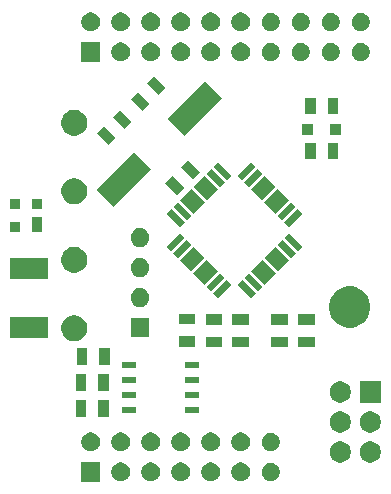
<source format=gbr>
G04 #@! TF.GenerationSoftware,KiCad,Pcbnew,5.0.2-bee76a0~70~ubuntu18.04.1*
G04 #@! TF.CreationDate,2019-03-07T19:49:32+01:00*
G04 #@! TF.ProjectId,bus-module_atmega328,6275732d-6d6f-4647-956c-655f61746d65,C*
G04 #@! TF.SameCoordinates,Original*
G04 #@! TF.FileFunction,Soldermask,Top*
G04 #@! TF.FilePolarity,Negative*
%FSLAX46Y46*%
G04 Gerber Fmt 4.6, Leading zero omitted, Abs format (unit mm)*
G04 Created by KiCad (PCBNEW 5.0.2-bee76a0~70~ubuntu18.04.1) date Do 07 Mär 2019 19:49:32 CET*
%MOMM*%
%LPD*%
G01*
G04 APERTURE LIST*
%ADD10C,0.100000*%
G04 APERTURE END LIST*
D10*
G36*
X89400500Y-119795500D02*
X87749500Y-119795500D01*
X87749500Y-118144500D01*
X89400500Y-118144500D01*
X89400500Y-119795500D01*
X89400500Y-119795500D01*
G37*
G36*
X101508378Y-118200647D02*
X101653990Y-118260961D01*
X101785037Y-118348524D01*
X101896476Y-118459963D01*
X101984039Y-118591010D01*
X102044353Y-118736622D01*
X102075100Y-118891196D01*
X102075100Y-119048804D01*
X102044353Y-119203378D01*
X101984039Y-119348990D01*
X101896476Y-119480037D01*
X101785037Y-119591476D01*
X101653990Y-119679039D01*
X101508378Y-119739353D01*
X101353804Y-119770100D01*
X101196196Y-119770100D01*
X101041622Y-119739353D01*
X100896010Y-119679039D01*
X100764963Y-119591476D01*
X100653524Y-119480037D01*
X100565961Y-119348990D01*
X100505647Y-119203378D01*
X100474900Y-119048804D01*
X100474900Y-118891196D01*
X100505647Y-118736622D01*
X100565961Y-118591010D01*
X100653524Y-118459963D01*
X100764963Y-118348524D01*
X100896010Y-118260961D01*
X101041622Y-118200647D01*
X101196196Y-118169900D01*
X101353804Y-118169900D01*
X101508378Y-118200647D01*
X101508378Y-118200647D01*
G37*
G36*
X98968378Y-118200647D02*
X99113990Y-118260961D01*
X99245037Y-118348524D01*
X99356476Y-118459963D01*
X99444039Y-118591010D01*
X99504353Y-118736622D01*
X99535100Y-118891196D01*
X99535100Y-119048804D01*
X99504353Y-119203378D01*
X99444039Y-119348990D01*
X99356476Y-119480037D01*
X99245037Y-119591476D01*
X99113990Y-119679039D01*
X98968378Y-119739353D01*
X98813804Y-119770100D01*
X98656196Y-119770100D01*
X98501622Y-119739353D01*
X98356010Y-119679039D01*
X98224963Y-119591476D01*
X98113524Y-119480037D01*
X98025961Y-119348990D01*
X97965647Y-119203378D01*
X97934900Y-119048804D01*
X97934900Y-118891196D01*
X97965647Y-118736622D01*
X98025961Y-118591010D01*
X98113524Y-118459963D01*
X98224963Y-118348524D01*
X98356010Y-118260961D01*
X98501622Y-118200647D01*
X98656196Y-118169900D01*
X98813804Y-118169900D01*
X98968378Y-118200647D01*
X98968378Y-118200647D01*
G37*
G36*
X96428378Y-118200647D02*
X96573990Y-118260961D01*
X96705037Y-118348524D01*
X96816476Y-118459963D01*
X96904039Y-118591010D01*
X96964353Y-118736622D01*
X96995100Y-118891196D01*
X96995100Y-119048804D01*
X96964353Y-119203378D01*
X96904039Y-119348990D01*
X96816476Y-119480037D01*
X96705037Y-119591476D01*
X96573990Y-119679039D01*
X96428378Y-119739353D01*
X96273804Y-119770100D01*
X96116196Y-119770100D01*
X95961622Y-119739353D01*
X95816010Y-119679039D01*
X95684963Y-119591476D01*
X95573524Y-119480037D01*
X95485961Y-119348990D01*
X95425647Y-119203378D01*
X95394900Y-119048804D01*
X95394900Y-118891196D01*
X95425647Y-118736622D01*
X95485961Y-118591010D01*
X95573524Y-118459963D01*
X95684963Y-118348524D01*
X95816010Y-118260961D01*
X95961622Y-118200647D01*
X96116196Y-118169900D01*
X96273804Y-118169900D01*
X96428378Y-118200647D01*
X96428378Y-118200647D01*
G37*
G36*
X91348378Y-118200647D02*
X91493990Y-118260961D01*
X91625037Y-118348524D01*
X91736476Y-118459963D01*
X91824039Y-118591010D01*
X91884353Y-118736622D01*
X91915100Y-118891196D01*
X91915100Y-119048804D01*
X91884353Y-119203378D01*
X91824039Y-119348990D01*
X91736476Y-119480037D01*
X91625037Y-119591476D01*
X91493990Y-119679039D01*
X91348378Y-119739353D01*
X91193804Y-119770100D01*
X91036196Y-119770100D01*
X90881622Y-119739353D01*
X90736010Y-119679039D01*
X90604963Y-119591476D01*
X90493524Y-119480037D01*
X90405961Y-119348990D01*
X90345647Y-119203378D01*
X90314900Y-119048804D01*
X90314900Y-118891196D01*
X90345647Y-118736622D01*
X90405961Y-118591010D01*
X90493524Y-118459963D01*
X90604963Y-118348524D01*
X90736010Y-118260961D01*
X90881622Y-118200647D01*
X91036196Y-118169900D01*
X91193804Y-118169900D01*
X91348378Y-118200647D01*
X91348378Y-118200647D01*
G37*
G36*
X93888378Y-118200647D02*
X94033990Y-118260961D01*
X94165037Y-118348524D01*
X94276476Y-118459963D01*
X94364039Y-118591010D01*
X94424353Y-118736622D01*
X94455100Y-118891196D01*
X94455100Y-119048804D01*
X94424353Y-119203378D01*
X94364039Y-119348990D01*
X94276476Y-119480037D01*
X94165037Y-119591476D01*
X94033990Y-119679039D01*
X93888378Y-119739353D01*
X93733804Y-119770100D01*
X93576196Y-119770100D01*
X93421622Y-119739353D01*
X93276010Y-119679039D01*
X93144963Y-119591476D01*
X93033524Y-119480037D01*
X92945961Y-119348990D01*
X92885647Y-119203378D01*
X92854900Y-119048804D01*
X92854900Y-118891196D01*
X92885647Y-118736622D01*
X92945961Y-118591010D01*
X93033524Y-118459963D01*
X93144963Y-118348524D01*
X93276010Y-118260961D01*
X93421622Y-118200647D01*
X93576196Y-118169900D01*
X93733804Y-118169900D01*
X93888378Y-118200647D01*
X93888378Y-118200647D01*
G37*
G36*
X103988195Y-118227522D02*
X104037267Y-118237283D01*
X104175942Y-118294724D01*
X104300750Y-118378118D01*
X104406882Y-118484250D01*
X104406884Y-118484253D01*
X104490276Y-118609058D01*
X104543115Y-118736622D01*
X104547717Y-118747734D01*
X104577000Y-118894948D01*
X104577000Y-119045052D01*
X104557478Y-119143195D01*
X104547717Y-119192267D01*
X104490276Y-119330942D01*
X104406882Y-119455750D01*
X104300750Y-119561882D01*
X104300747Y-119561884D01*
X104175942Y-119645276D01*
X104037267Y-119702717D01*
X103988195Y-119712478D01*
X103890052Y-119732000D01*
X103739948Y-119732000D01*
X103641805Y-119712478D01*
X103592733Y-119702717D01*
X103454058Y-119645276D01*
X103329253Y-119561884D01*
X103329250Y-119561882D01*
X103223118Y-119455750D01*
X103139724Y-119330942D01*
X103082283Y-119192267D01*
X103072522Y-119143195D01*
X103053000Y-119045052D01*
X103053000Y-118894948D01*
X103082283Y-118747734D01*
X103086886Y-118736622D01*
X103139724Y-118609058D01*
X103223116Y-118484253D01*
X103223118Y-118484250D01*
X103329250Y-118378118D01*
X103454058Y-118294724D01*
X103592733Y-118237283D01*
X103641805Y-118227522D01*
X103739948Y-118208000D01*
X103890052Y-118208000D01*
X103988195Y-118227522D01*
X103988195Y-118227522D01*
G37*
G36*
X109972521Y-116424586D02*
X110136309Y-116492429D01*
X110283720Y-116590926D01*
X110409074Y-116716280D01*
X110507571Y-116863691D01*
X110575414Y-117027479D01*
X110610000Y-117201356D01*
X110610000Y-117378644D01*
X110575414Y-117552521D01*
X110507571Y-117716309D01*
X110409074Y-117863720D01*
X110283720Y-117989074D01*
X110136309Y-118087571D01*
X109972521Y-118155414D01*
X109798644Y-118190000D01*
X109621356Y-118190000D01*
X109447479Y-118155414D01*
X109283691Y-118087571D01*
X109136280Y-117989074D01*
X109010926Y-117863720D01*
X108912429Y-117716309D01*
X108844586Y-117552521D01*
X108810000Y-117378644D01*
X108810000Y-117201356D01*
X108844586Y-117027479D01*
X108912429Y-116863691D01*
X109010926Y-116716280D01*
X109136280Y-116590926D01*
X109283691Y-116492429D01*
X109447479Y-116424586D01*
X109621356Y-116390000D01*
X109798644Y-116390000D01*
X109972521Y-116424586D01*
X109972521Y-116424586D01*
G37*
G36*
X112512521Y-116424586D02*
X112676309Y-116492429D01*
X112823720Y-116590926D01*
X112949074Y-116716280D01*
X113047571Y-116863691D01*
X113115414Y-117027479D01*
X113150000Y-117201356D01*
X113150000Y-117378644D01*
X113115414Y-117552521D01*
X113047571Y-117716309D01*
X112949074Y-117863720D01*
X112823720Y-117989074D01*
X112676309Y-118087571D01*
X112512521Y-118155414D01*
X112338644Y-118190000D01*
X112161356Y-118190000D01*
X111987479Y-118155414D01*
X111823691Y-118087571D01*
X111676280Y-117989074D01*
X111550926Y-117863720D01*
X111452429Y-117716309D01*
X111384586Y-117552521D01*
X111350000Y-117378644D01*
X111350000Y-117201356D01*
X111384586Y-117027479D01*
X111452429Y-116863691D01*
X111550926Y-116716280D01*
X111676280Y-116590926D01*
X111823691Y-116492429D01*
X111987479Y-116424586D01*
X112161356Y-116390000D01*
X112338644Y-116390000D01*
X112512521Y-116424586D01*
X112512521Y-116424586D01*
G37*
G36*
X98968378Y-115660647D02*
X99113990Y-115720961D01*
X99245037Y-115808524D01*
X99356476Y-115919963D01*
X99444039Y-116051010D01*
X99504353Y-116196622D01*
X99535100Y-116351196D01*
X99535100Y-116508804D01*
X99504353Y-116663378D01*
X99444039Y-116808990D01*
X99356476Y-116940037D01*
X99245037Y-117051476D01*
X99113990Y-117139039D01*
X98968378Y-117199353D01*
X98813804Y-117230100D01*
X98656196Y-117230100D01*
X98501622Y-117199353D01*
X98356010Y-117139039D01*
X98224963Y-117051476D01*
X98113524Y-116940037D01*
X98025961Y-116808990D01*
X97965647Y-116663378D01*
X97934900Y-116508804D01*
X97934900Y-116351196D01*
X97965647Y-116196622D01*
X98025961Y-116051010D01*
X98113524Y-115919963D01*
X98224963Y-115808524D01*
X98356010Y-115720961D01*
X98501622Y-115660647D01*
X98656196Y-115629900D01*
X98813804Y-115629900D01*
X98968378Y-115660647D01*
X98968378Y-115660647D01*
G37*
G36*
X88808378Y-115660647D02*
X88953990Y-115720961D01*
X89085037Y-115808524D01*
X89196476Y-115919963D01*
X89284039Y-116051010D01*
X89344353Y-116196622D01*
X89375100Y-116351196D01*
X89375100Y-116508804D01*
X89344353Y-116663378D01*
X89284039Y-116808990D01*
X89196476Y-116940037D01*
X89085037Y-117051476D01*
X88953990Y-117139039D01*
X88808378Y-117199353D01*
X88653804Y-117230100D01*
X88496196Y-117230100D01*
X88341622Y-117199353D01*
X88196010Y-117139039D01*
X88064963Y-117051476D01*
X87953524Y-116940037D01*
X87865961Y-116808990D01*
X87805647Y-116663378D01*
X87774900Y-116508804D01*
X87774900Y-116351196D01*
X87805647Y-116196622D01*
X87865961Y-116051010D01*
X87953524Y-115919963D01*
X88064963Y-115808524D01*
X88196010Y-115720961D01*
X88341622Y-115660647D01*
X88496196Y-115629900D01*
X88653804Y-115629900D01*
X88808378Y-115660647D01*
X88808378Y-115660647D01*
G37*
G36*
X91348378Y-115660647D02*
X91493990Y-115720961D01*
X91625037Y-115808524D01*
X91736476Y-115919963D01*
X91824039Y-116051010D01*
X91884353Y-116196622D01*
X91915100Y-116351196D01*
X91915100Y-116508804D01*
X91884353Y-116663378D01*
X91824039Y-116808990D01*
X91736476Y-116940037D01*
X91625037Y-117051476D01*
X91493990Y-117139039D01*
X91348378Y-117199353D01*
X91193804Y-117230100D01*
X91036196Y-117230100D01*
X90881622Y-117199353D01*
X90736010Y-117139039D01*
X90604963Y-117051476D01*
X90493524Y-116940037D01*
X90405961Y-116808990D01*
X90345647Y-116663378D01*
X90314900Y-116508804D01*
X90314900Y-116351196D01*
X90345647Y-116196622D01*
X90405961Y-116051010D01*
X90493524Y-115919963D01*
X90604963Y-115808524D01*
X90736010Y-115720961D01*
X90881622Y-115660647D01*
X91036196Y-115629900D01*
X91193804Y-115629900D01*
X91348378Y-115660647D01*
X91348378Y-115660647D01*
G37*
G36*
X93888378Y-115660647D02*
X94033990Y-115720961D01*
X94165037Y-115808524D01*
X94276476Y-115919963D01*
X94364039Y-116051010D01*
X94424353Y-116196622D01*
X94455100Y-116351196D01*
X94455100Y-116508804D01*
X94424353Y-116663378D01*
X94364039Y-116808990D01*
X94276476Y-116940037D01*
X94165037Y-117051476D01*
X94033990Y-117139039D01*
X93888378Y-117199353D01*
X93733804Y-117230100D01*
X93576196Y-117230100D01*
X93421622Y-117199353D01*
X93276010Y-117139039D01*
X93144963Y-117051476D01*
X93033524Y-116940037D01*
X92945961Y-116808990D01*
X92885647Y-116663378D01*
X92854900Y-116508804D01*
X92854900Y-116351196D01*
X92885647Y-116196622D01*
X92945961Y-116051010D01*
X93033524Y-115919963D01*
X93144963Y-115808524D01*
X93276010Y-115720961D01*
X93421622Y-115660647D01*
X93576196Y-115629900D01*
X93733804Y-115629900D01*
X93888378Y-115660647D01*
X93888378Y-115660647D01*
G37*
G36*
X96428378Y-115660647D02*
X96573990Y-115720961D01*
X96705037Y-115808524D01*
X96816476Y-115919963D01*
X96904039Y-116051010D01*
X96964353Y-116196622D01*
X96995100Y-116351196D01*
X96995100Y-116508804D01*
X96964353Y-116663378D01*
X96904039Y-116808990D01*
X96816476Y-116940037D01*
X96705037Y-117051476D01*
X96573990Y-117139039D01*
X96428378Y-117199353D01*
X96273804Y-117230100D01*
X96116196Y-117230100D01*
X95961622Y-117199353D01*
X95816010Y-117139039D01*
X95684963Y-117051476D01*
X95573524Y-116940037D01*
X95485961Y-116808990D01*
X95425647Y-116663378D01*
X95394900Y-116508804D01*
X95394900Y-116351196D01*
X95425647Y-116196622D01*
X95485961Y-116051010D01*
X95573524Y-115919963D01*
X95684963Y-115808524D01*
X95816010Y-115720961D01*
X95961622Y-115660647D01*
X96116196Y-115629900D01*
X96273804Y-115629900D01*
X96428378Y-115660647D01*
X96428378Y-115660647D01*
G37*
G36*
X101508378Y-115660647D02*
X101653990Y-115720961D01*
X101785037Y-115808524D01*
X101896476Y-115919963D01*
X101984039Y-116051010D01*
X102044353Y-116196622D01*
X102075100Y-116351196D01*
X102075100Y-116508804D01*
X102044353Y-116663378D01*
X101984039Y-116808990D01*
X101896476Y-116940037D01*
X101785037Y-117051476D01*
X101653990Y-117139039D01*
X101508378Y-117199353D01*
X101353804Y-117230100D01*
X101196196Y-117230100D01*
X101041622Y-117199353D01*
X100896010Y-117139039D01*
X100764963Y-117051476D01*
X100653524Y-116940037D01*
X100565961Y-116808990D01*
X100505647Y-116663378D01*
X100474900Y-116508804D01*
X100474900Y-116351196D01*
X100505647Y-116196622D01*
X100565961Y-116051010D01*
X100653524Y-115919963D01*
X100764963Y-115808524D01*
X100896010Y-115720961D01*
X101041622Y-115660647D01*
X101196196Y-115629900D01*
X101353804Y-115629900D01*
X101508378Y-115660647D01*
X101508378Y-115660647D01*
G37*
G36*
X103988195Y-115687522D02*
X104037267Y-115697283D01*
X104175942Y-115754724D01*
X104300750Y-115838118D01*
X104406882Y-115944250D01*
X104406884Y-115944253D01*
X104490276Y-116069058D01*
X104543115Y-116196622D01*
X104547717Y-116207734D01*
X104577000Y-116354948D01*
X104577000Y-116505052D01*
X104559919Y-116590924D01*
X104547717Y-116652267D01*
X104521202Y-116716280D01*
X104490276Y-116790942D01*
X104406882Y-116915750D01*
X104300750Y-117021882D01*
X104300747Y-117021884D01*
X104175942Y-117105276D01*
X104037267Y-117162717D01*
X103988195Y-117172478D01*
X103890052Y-117192000D01*
X103739948Y-117192000D01*
X103641805Y-117172478D01*
X103592733Y-117162717D01*
X103454058Y-117105276D01*
X103329253Y-117021884D01*
X103329250Y-117021882D01*
X103223118Y-116915750D01*
X103139724Y-116790942D01*
X103108798Y-116716280D01*
X103082283Y-116652267D01*
X103070081Y-116590924D01*
X103053000Y-116505052D01*
X103053000Y-116354948D01*
X103082283Y-116207734D01*
X103086886Y-116196622D01*
X103139724Y-116069058D01*
X103223116Y-115944253D01*
X103223118Y-115944250D01*
X103329250Y-115838118D01*
X103454058Y-115754724D01*
X103592733Y-115697283D01*
X103641805Y-115687522D01*
X103739948Y-115668000D01*
X103890052Y-115668000D01*
X103988195Y-115687522D01*
X103988195Y-115687522D01*
G37*
G36*
X112512521Y-113884586D02*
X112676309Y-113952429D01*
X112823720Y-114050926D01*
X112949074Y-114176280D01*
X113047571Y-114323691D01*
X113115414Y-114487479D01*
X113150000Y-114661356D01*
X113150000Y-114838644D01*
X113115414Y-115012521D01*
X113047571Y-115176309D01*
X112949074Y-115323720D01*
X112823720Y-115449074D01*
X112676309Y-115547571D01*
X112512521Y-115615414D01*
X112338644Y-115650000D01*
X112161356Y-115650000D01*
X111987479Y-115615414D01*
X111823691Y-115547571D01*
X111676280Y-115449074D01*
X111550926Y-115323720D01*
X111452429Y-115176309D01*
X111384586Y-115012521D01*
X111350000Y-114838644D01*
X111350000Y-114661356D01*
X111384586Y-114487479D01*
X111452429Y-114323691D01*
X111550926Y-114176280D01*
X111676280Y-114050926D01*
X111823691Y-113952429D01*
X111987479Y-113884586D01*
X112161356Y-113850000D01*
X112338644Y-113850000D01*
X112512521Y-113884586D01*
X112512521Y-113884586D01*
G37*
G36*
X109972521Y-113884586D02*
X110136309Y-113952429D01*
X110283720Y-114050926D01*
X110409074Y-114176280D01*
X110507571Y-114323691D01*
X110575414Y-114487479D01*
X110610000Y-114661356D01*
X110610000Y-114838644D01*
X110575414Y-115012521D01*
X110507571Y-115176309D01*
X110409074Y-115323720D01*
X110283720Y-115449074D01*
X110136309Y-115547571D01*
X109972521Y-115615414D01*
X109798644Y-115650000D01*
X109621356Y-115650000D01*
X109447479Y-115615414D01*
X109283691Y-115547571D01*
X109136280Y-115449074D01*
X109010926Y-115323720D01*
X108912429Y-115176309D01*
X108844586Y-115012521D01*
X108810000Y-114838644D01*
X108810000Y-114661356D01*
X108844586Y-114487479D01*
X108912429Y-114323691D01*
X109010926Y-114176280D01*
X109136280Y-114050926D01*
X109283691Y-113952429D01*
X109447479Y-113884586D01*
X109621356Y-113850000D01*
X109798644Y-113850000D01*
X109972521Y-113884586D01*
X109972521Y-113884586D01*
G37*
G36*
X90124500Y-114308500D02*
X89235500Y-114308500D01*
X89235500Y-112911500D01*
X90124500Y-112911500D01*
X90124500Y-114308500D01*
X90124500Y-114308500D01*
G37*
G36*
X88219500Y-114308500D02*
X87330500Y-114308500D01*
X87330500Y-112911500D01*
X88219500Y-112911500D01*
X88219500Y-114308500D01*
X88219500Y-114308500D01*
G37*
G36*
X92404500Y-113969000D02*
X91261500Y-113969000D01*
X91261500Y-113461000D01*
X92404500Y-113461000D01*
X92404500Y-113969000D01*
X92404500Y-113969000D01*
G37*
G36*
X97738500Y-113969000D02*
X96595500Y-113969000D01*
X96595500Y-113461000D01*
X97738500Y-113461000D01*
X97738500Y-113969000D01*
X97738500Y-113969000D01*
G37*
G36*
X109972521Y-111344586D02*
X110136309Y-111412429D01*
X110283720Y-111510926D01*
X110409074Y-111636280D01*
X110507571Y-111783691D01*
X110575414Y-111947479D01*
X110610000Y-112121356D01*
X110610000Y-112298644D01*
X110575414Y-112472521D01*
X110507571Y-112636309D01*
X110409074Y-112783720D01*
X110283720Y-112909074D01*
X110136309Y-113007571D01*
X109972521Y-113075414D01*
X109798644Y-113110000D01*
X109621356Y-113110000D01*
X109447479Y-113075414D01*
X109283691Y-113007571D01*
X109136280Y-112909074D01*
X109010926Y-112783720D01*
X108912429Y-112636309D01*
X108844586Y-112472521D01*
X108810000Y-112298644D01*
X108810000Y-112121356D01*
X108844586Y-111947479D01*
X108912429Y-111783691D01*
X109010926Y-111636280D01*
X109136280Y-111510926D01*
X109283691Y-111412429D01*
X109447479Y-111344586D01*
X109621356Y-111310000D01*
X109798644Y-111310000D01*
X109972521Y-111344586D01*
X109972521Y-111344586D01*
G37*
G36*
X113150000Y-113110000D02*
X111350000Y-113110000D01*
X111350000Y-111310000D01*
X113150000Y-111310000D01*
X113150000Y-113110000D01*
X113150000Y-113110000D01*
G37*
G36*
X92404500Y-112699000D02*
X91261500Y-112699000D01*
X91261500Y-112191000D01*
X92404500Y-112191000D01*
X92404500Y-112699000D01*
X92404500Y-112699000D01*
G37*
G36*
X97738500Y-112699000D02*
X96595500Y-112699000D01*
X96595500Y-112191000D01*
X97738500Y-112191000D01*
X97738500Y-112699000D01*
X97738500Y-112699000D01*
G37*
G36*
X90124500Y-112108500D02*
X89235500Y-112108500D01*
X89235500Y-110711500D01*
X90124500Y-110711500D01*
X90124500Y-112108500D01*
X90124500Y-112108500D01*
G37*
G36*
X88219500Y-112108500D02*
X87330500Y-112108500D01*
X87330500Y-110711500D01*
X88219500Y-110711500D01*
X88219500Y-112108500D01*
X88219500Y-112108500D01*
G37*
G36*
X92404500Y-111429000D02*
X91261500Y-111429000D01*
X91261500Y-110921000D01*
X92404500Y-110921000D01*
X92404500Y-111429000D01*
X92404500Y-111429000D01*
G37*
G36*
X97738500Y-111429000D02*
X96595500Y-111429000D01*
X96595500Y-110921000D01*
X97738500Y-110921000D01*
X97738500Y-111429000D01*
X97738500Y-111429000D01*
G37*
G36*
X97738500Y-110159000D02*
X96595500Y-110159000D01*
X96595500Y-109651000D01*
X97738500Y-109651000D01*
X97738500Y-110159000D01*
X97738500Y-110159000D01*
G37*
G36*
X92404500Y-110159000D02*
X91261500Y-110159000D01*
X91261500Y-109651000D01*
X92404500Y-109651000D01*
X92404500Y-110159000D01*
X92404500Y-110159000D01*
G37*
G36*
X90172000Y-109908500D02*
X89283000Y-109908500D01*
X89283000Y-108511500D01*
X90172000Y-108511500D01*
X90172000Y-109908500D01*
X90172000Y-109908500D01*
G37*
G36*
X88267000Y-109908500D02*
X87378000Y-109908500D01*
X87378000Y-108511500D01*
X88267000Y-108511500D01*
X88267000Y-109908500D01*
X88267000Y-109908500D01*
G37*
G36*
X107561500Y-108429000D02*
X106164500Y-108429000D01*
X106164500Y-107540000D01*
X107561500Y-107540000D01*
X107561500Y-108429000D01*
X107561500Y-108429000D01*
G37*
G36*
X105275500Y-108429000D02*
X103878500Y-108429000D01*
X103878500Y-107540000D01*
X105275500Y-107540000D01*
X105275500Y-108429000D01*
X105275500Y-108429000D01*
G37*
G36*
X101948500Y-108407000D02*
X100551500Y-108407000D01*
X100551500Y-107518000D01*
X101948500Y-107518000D01*
X101948500Y-108407000D01*
X101948500Y-108407000D01*
G37*
G36*
X99698500Y-108407000D02*
X98301500Y-108407000D01*
X98301500Y-107518000D01*
X99698500Y-107518000D01*
X99698500Y-108407000D01*
X99698500Y-108407000D01*
G37*
G36*
X97448500Y-108359500D02*
X96051500Y-108359500D01*
X96051500Y-107470500D01*
X97448500Y-107470500D01*
X97448500Y-108359500D01*
X97448500Y-108359500D01*
G37*
G36*
X87495857Y-105752272D02*
X87696042Y-105835191D01*
X87876213Y-105955578D01*
X88029422Y-106108787D01*
X88149809Y-106288958D01*
X88232728Y-106489143D01*
X88275000Y-106701658D01*
X88275000Y-106918342D01*
X88232728Y-107130857D01*
X88149809Y-107331042D01*
X88029422Y-107511213D01*
X87876213Y-107664422D01*
X87696042Y-107784809D01*
X87495857Y-107867728D01*
X87283342Y-107910000D01*
X87066658Y-107910000D01*
X86854143Y-107867728D01*
X86653958Y-107784809D01*
X86473787Y-107664422D01*
X86320578Y-107511213D01*
X86200191Y-107331042D01*
X86117272Y-107130857D01*
X86075000Y-106918342D01*
X86075000Y-106701658D01*
X86117272Y-106489143D01*
X86200191Y-106288958D01*
X86320578Y-106108787D01*
X86473787Y-105955578D01*
X86653958Y-105835191D01*
X86854143Y-105752272D01*
X87066658Y-105710000D01*
X87283342Y-105710000D01*
X87495857Y-105752272D01*
X87495857Y-105752272D01*
G37*
G36*
X84968200Y-107617470D02*
X81767800Y-107617470D01*
X81767800Y-105836930D01*
X84968200Y-105836930D01*
X84968200Y-107617470D01*
X84968200Y-107617470D01*
G37*
G36*
X93550000Y-107550000D02*
X91950000Y-107550000D01*
X91950000Y-105950000D01*
X93550000Y-105950000D01*
X93550000Y-107550000D01*
X93550000Y-107550000D01*
G37*
G36*
X111010456Y-103317251D02*
X111328936Y-103449170D01*
X111615560Y-103640686D01*
X111859314Y-103884440D01*
X112050830Y-104171064D01*
X112182749Y-104489544D01*
X112250000Y-104827640D01*
X112250000Y-105172360D01*
X112182749Y-105510456D01*
X112050830Y-105828936D01*
X111859314Y-106115560D01*
X111615560Y-106359314D01*
X111328936Y-106550830D01*
X111010456Y-106682749D01*
X110672360Y-106750000D01*
X110327640Y-106750000D01*
X109989544Y-106682749D01*
X109671064Y-106550830D01*
X109384440Y-106359314D01*
X109140686Y-106115560D01*
X108949170Y-105828936D01*
X108817251Y-105510456D01*
X108750000Y-105172360D01*
X108750000Y-104827640D01*
X108817251Y-104489544D01*
X108949170Y-104171064D01*
X109140686Y-103884440D01*
X109384440Y-103640686D01*
X109671064Y-103449170D01*
X109989544Y-103317251D01*
X110327640Y-103250000D01*
X110672360Y-103250000D01*
X111010456Y-103317251D01*
X111010456Y-103317251D01*
G37*
G36*
X107561500Y-106524000D02*
X106164500Y-106524000D01*
X106164500Y-105635000D01*
X107561500Y-105635000D01*
X107561500Y-106524000D01*
X107561500Y-106524000D01*
G37*
G36*
X105275500Y-106524000D02*
X103878500Y-106524000D01*
X103878500Y-105635000D01*
X105275500Y-105635000D01*
X105275500Y-106524000D01*
X105275500Y-106524000D01*
G37*
G36*
X99698500Y-106502000D02*
X98301500Y-106502000D01*
X98301500Y-105613000D01*
X99698500Y-105613000D01*
X99698500Y-106502000D01*
X99698500Y-106502000D01*
G37*
G36*
X101948500Y-106502000D02*
X100551500Y-106502000D01*
X100551500Y-105613000D01*
X101948500Y-105613000D01*
X101948500Y-106502000D01*
X101948500Y-106502000D01*
G37*
G36*
X97448500Y-106454500D02*
X96051500Y-106454500D01*
X96051500Y-105565500D01*
X97448500Y-105565500D01*
X97448500Y-106454500D01*
X97448500Y-106454500D01*
G37*
G36*
X92983352Y-103440743D02*
X93128941Y-103501048D01*
X93259973Y-103588601D01*
X93371399Y-103700027D01*
X93458952Y-103831059D01*
X93519257Y-103976648D01*
X93550000Y-104131205D01*
X93550000Y-104288795D01*
X93519257Y-104443352D01*
X93458952Y-104588941D01*
X93371399Y-104719973D01*
X93259973Y-104831399D01*
X93128941Y-104918952D01*
X92983352Y-104979257D01*
X92828795Y-105010000D01*
X92671205Y-105010000D01*
X92516648Y-104979257D01*
X92371059Y-104918952D01*
X92240027Y-104831399D01*
X92128601Y-104719973D01*
X92041048Y-104588941D01*
X91980743Y-104443352D01*
X91950000Y-104288795D01*
X91950000Y-104131205D01*
X91980743Y-103976648D01*
X92041048Y-103831059D01*
X92128601Y-103700027D01*
X92240027Y-103588601D01*
X92371059Y-103501048D01*
X92516648Y-103440743D01*
X92671205Y-103410000D01*
X92828795Y-103410000D01*
X92983352Y-103440743D01*
X92983352Y-103440743D01*
G37*
G36*
X102535445Y-103856334D02*
X102146536Y-104245243D01*
X101015165Y-103113872D01*
X101404074Y-102724963D01*
X102535445Y-103856334D01*
X102535445Y-103856334D01*
G37*
G36*
X100484835Y-103113872D02*
X99353464Y-104245243D01*
X98964555Y-103856334D01*
X100095926Y-102724963D01*
X100484835Y-103113872D01*
X100484835Y-103113872D01*
G37*
G36*
X99919150Y-102548186D02*
X98787779Y-103679557D01*
X98398870Y-103290648D01*
X99530241Y-102159277D01*
X99919150Y-102548186D01*
X99919150Y-102548186D01*
G37*
G36*
X103101130Y-103290648D02*
X102712221Y-103679557D01*
X101580850Y-102548186D01*
X101969759Y-102159277D01*
X103101130Y-103290648D01*
X103101130Y-103290648D01*
G37*
G36*
X99353464Y-101982501D02*
X98222093Y-103113872D01*
X97267499Y-102159278D01*
X98398870Y-101027907D01*
X99353464Y-101982501D01*
X99353464Y-101982501D01*
G37*
G36*
X104232501Y-102159278D02*
X103277907Y-103113872D01*
X102146536Y-101982501D01*
X103101130Y-101027907D01*
X104232501Y-102159278D01*
X104232501Y-102159278D01*
G37*
G36*
X84968200Y-102613670D02*
X81767800Y-102613670D01*
X81767800Y-100833130D01*
X84968200Y-100833130D01*
X84968200Y-102613670D01*
X84968200Y-102613670D01*
G37*
G36*
X92983352Y-100900743D02*
X93128941Y-100961048D01*
X93259973Y-101048601D01*
X93371399Y-101160027D01*
X93458952Y-101291059D01*
X93519257Y-101436648D01*
X93550000Y-101591205D01*
X93550000Y-101748795D01*
X93519257Y-101903352D01*
X93458952Y-102048941D01*
X93371399Y-102179973D01*
X93259973Y-102291399D01*
X93128941Y-102378952D01*
X92983352Y-102439257D01*
X92828795Y-102470000D01*
X92671205Y-102470000D01*
X92516648Y-102439257D01*
X92371059Y-102378952D01*
X92240027Y-102291399D01*
X92128601Y-102179973D01*
X92041048Y-102048941D01*
X91980743Y-101903352D01*
X91950000Y-101748795D01*
X91950000Y-101591205D01*
X91980743Y-101436648D01*
X92041048Y-101291059D01*
X92128601Y-101160027D01*
X92240027Y-101048601D01*
X92371059Y-100961048D01*
X92516648Y-100900743D01*
X92671205Y-100870000D01*
X92828795Y-100870000D01*
X92983352Y-100900743D01*
X92983352Y-100900743D01*
G37*
G36*
X87495857Y-99952272D02*
X87696042Y-100035191D01*
X87876213Y-100155578D01*
X88029422Y-100308787D01*
X88149809Y-100488958D01*
X88232728Y-100689143D01*
X88275000Y-100901658D01*
X88275000Y-101118342D01*
X88232728Y-101330857D01*
X88149809Y-101531042D01*
X88029422Y-101711213D01*
X87876213Y-101864422D01*
X87876210Y-101864424D01*
X87876209Y-101864425D01*
X87699496Y-101982501D01*
X87696042Y-101984809D01*
X87495857Y-102067728D01*
X87283342Y-102110000D01*
X87066658Y-102110000D01*
X86854143Y-102067728D01*
X86653958Y-101984809D01*
X86650504Y-101982501D01*
X86473791Y-101864425D01*
X86473790Y-101864424D01*
X86473787Y-101864422D01*
X86320578Y-101711213D01*
X86200191Y-101531042D01*
X86117272Y-101330857D01*
X86075000Y-101118342D01*
X86075000Y-100901658D01*
X86117272Y-100689143D01*
X86200191Y-100488958D01*
X86320578Y-100308787D01*
X86473787Y-100155578D01*
X86653958Y-100035191D01*
X86854143Y-99952272D01*
X87066658Y-99910000D01*
X87283342Y-99910000D01*
X87495857Y-99952272D01*
X87495857Y-99952272D01*
G37*
G36*
X98222093Y-100851130D02*
X97090722Y-101982501D01*
X96136128Y-101027907D01*
X97267499Y-99896536D01*
X98222093Y-100851130D01*
X98222093Y-100851130D01*
G37*
G36*
X105363872Y-101027907D02*
X104409278Y-101982501D01*
X103277907Y-100851130D01*
X104232501Y-99896536D01*
X105363872Y-101027907D01*
X105363872Y-101027907D01*
G37*
G36*
X97090723Y-99719759D02*
X95959352Y-100851130D01*
X95570443Y-100462221D01*
X96701814Y-99330850D01*
X97090723Y-99719759D01*
X97090723Y-99719759D01*
G37*
G36*
X105929557Y-100462221D02*
X105540648Y-100851130D01*
X104409277Y-99719759D01*
X104798186Y-99330850D01*
X105929557Y-100462221D01*
X105929557Y-100462221D01*
G37*
G36*
X106495243Y-99896536D02*
X106106334Y-100285445D01*
X104974963Y-99154074D01*
X105363872Y-98765165D01*
X106495243Y-99896536D01*
X106495243Y-99896536D01*
G37*
G36*
X96525037Y-99154074D02*
X95393666Y-100285445D01*
X95004757Y-99896536D01*
X96136128Y-98765165D01*
X96525037Y-99154074D01*
X96525037Y-99154074D01*
G37*
G36*
X92983352Y-98360743D02*
X93128941Y-98421048D01*
X93259973Y-98508601D01*
X93371399Y-98620027D01*
X93458952Y-98751059D01*
X93519257Y-98896648D01*
X93550000Y-99051205D01*
X93550000Y-99208795D01*
X93519257Y-99363352D01*
X93458952Y-99508941D01*
X93371399Y-99639973D01*
X93259973Y-99751399D01*
X93128941Y-99838952D01*
X92983352Y-99899257D01*
X92828795Y-99930000D01*
X92671205Y-99930000D01*
X92516648Y-99899257D01*
X92371059Y-99838952D01*
X92240027Y-99751399D01*
X92128601Y-99639973D01*
X92041048Y-99508941D01*
X91980743Y-99363352D01*
X91950000Y-99208795D01*
X91950000Y-99051205D01*
X91980743Y-98896648D01*
X92041048Y-98751059D01*
X92128601Y-98620027D01*
X92240027Y-98508601D01*
X92371059Y-98421048D01*
X92516648Y-98360743D01*
X92671205Y-98330000D01*
X92828795Y-98330000D01*
X92983352Y-98360743D01*
X92983352Y-98360743D01*
G37*
G36*
X82589000Y-98628000D02*
X81739000Y-98628000D01*
X81739000Y-97778000D01*
X82589000Y-97778000D01*
X82589000Y-98628000D01*
X82589000Y-98628000D01*
G37*
G36*
X84489000Y-98622620D02*
X83639000Y-98622620D01*
X83639000Y-97422620D01*
X84489000Y-97422620D01*
X84489000Y-98622620D01*
X84489000Y-98622620D01*
G37*
G36*
X96525037Y-97845926D02*
X96136128Y-98234835D01*
X95004757Y-97103464D01*
X95393666Y-96714555D01*
X96525037Y-97845926D01*
X96525037Y-97845926D01*
G37*
G36*
X106495243Y-97103464D02*
X105363872Y-98234835D01*
X104974963Y-97845926D01*
X106106334Y-96714555D01*
X106495243Y-97103464D01*
X106495243Y-97103464D01*
G37*
G36*
X105929557Y-96537779D02*
X104798186Y-97669150D01*
X104409277Y-97280241D01*
X105540648Y-96148870D01*
X105929557Y-96537779D01*
X105929557Y-96537779D01*
G37*
G36*
X97090723Y-97280241D02*
X96701814Y-97669150D01*
X95570443Y-96537779D01*
X95959352Y-96148870D01*
X97090723Y-97280241D01*
X97090723Y-97280241D01*
G37*
G36*
X98222093Y-96148870D02*
X97267499Y-97103464D01*
X96136128Y-95972093D01*
X97090722Y-95017499D01*
X98222093Y-96148870D01*
X98222093Y-96148870D01*
G37*
G36*
X105363872Y-95972093D02*
X104232501Y-97103464D01*
X103277907Y-96148870D01*
X104409278Y-95017499D01*
X105363872Y-95972093D01*
X105363872Y-95972093D01*
G37*
G36*
X82589000Y-96728000D02*
X81739000Y-96728000D01*
X81739000Y-95878000D01*
X82589000Y-95878000D01*
X82589000Y-96728000D01*
X82589000Y-96728000D01*
G37*
G36*
X84489000Y-96728000D02*
X83639000Y-96728000D01*
X83639000Y-95878000D01*
X84489000Y-95878000D01*
X84489000Y-96728000D01*
X84489000Y-96728000D01*
G37*
G36*
X93673048Y-93325445D02*
X90490445Y-96508048D01*
X89076952Y-95094555D01*
X92259555Y-91911952D01*
X93673048Y-93325445D01*
X93673048Y-93325445D01*
G37*
G36*
X87495857Y-94152272D02*
X87696042Y-94235191D01*
X87696045Y-94235193D01*
X87755676Y-94275037D01*
X87876213Y-94355578D01*
X88029422Y-94508787D01*
X88149809Y-94688958D01*
X88232728Y-94889143D01*
X88275000Y-95101658D01*
X88275000Y-95318342D01*
X88232728Y-95530857D01*
X88149809Y-95731042D01*
X88149807Y-95731045D01*
X88051615Y-95878000D01*
X88029422Y-95911213D01*
X87876213Y-96064422D01*
X87696042Y-96184809D01*
X87495857Y-96267728D01*
X87283342Y-96310000D01*
X87066658Y-96310000D01*
X86854143Y-96267728D01*
X86653958Y-96184809D01*
X86473787Y-96064422D01*
X86320578Y-95911213D01*
X86298386Y-95878000D01*
X86200193Y-95731045D01*
X86200191Y-95731042D01*
X86117272Y-95530857D01*
X86075000Y-95318342D01*
X86075000Y-95101658D01*
X86117272Y-94889143D01*
X86200191Y-94688958D01*
X86320578Y-94508787D01*
X86473787Y-94355578D01*
X86594325Y-94275037D01*
X86653955Y-94235193D01*
X86653958Y-94235191D01*
X86854143Y-94152272D01*
X87066658Y-94110000D01*
X87283342Y-94110000D01*
X87495857Y-94152272D01*
X87495857Y-94152272D01*
G37*
G36*
X104232501Y-94840722D02*
X103101130Y-95972093D01*
X102146536Y-95017499D01*
X103277907Y-93886128D01*
X104232501Y-94840722D01*
X104232501Y-94840722D01*
G37*
G36*
X99353464Y-95017499D02*
X98398870Y-95972093D01*
X97267499Y-94840722D01*
X98222093Y-93886128D01*
X99353464Y-95017499D01*
X99353464Y-95017499D01*
G37*
G36*
X96495224Y-94892605D02*
X95866605Y-95521224D01*
X94878776Y-94533395D01*
X95507395Y-93904776D01*
X96495224Y-94892605D01*
X96495224Y-94892605D01*
G37*
G36*
X99919150Y-94451814D02*
X99530241Y-94840723D01*
X98398870Y-93709352D01*
X98787779Y-93320443D01*
X99919150Y-94451814D01*
X99919150Y-94451814D01*
G37*
G36*
X103101130Y-93709352D02*
X101969759Y-94840723D01*
X101580850Y-94451814D01*
X102712221Y-93320443D01*
X103101130Y-93709352D01*
X103101130Y-93709352D01*
G37*
G36*
X100484835Y-93886128D02*
X100095926Y-94275037D01*
X98964555Y-93143666D01*
X99353464Y-92754757D01*
X100484835Y-93886128D01*
X100484835Y-93886128D01*
G37*
G36*
X102535445Y-93143666D02*
X101404074Y-94275037D01*
X101015165Y-93886128D01*
X102146536Y-92754757D01*
X102535445Y-93143666D01*
X102535445Y-93143666D01*
G37*
G36*
X97842262Y-93545567D02*
X97213643Y-94174186D01*
X96225814Y-93186357D01*
X96854433Y-92557738D01*
X97842262Y-93545567D01*
X97842262Y-93545567D01*
G37*
G36*
X109530000Y-92490500D02*
X108641000Y-92490500D01*
X108641000Y-91093500D01*
X109530000Y-91093500D01*
X109530000Y-92490500D01*
X109530000Y-92490500D01*
G37*
G36*
X107625000Y-92490500D02*
X106736000Y-92490500D01*
X106736000Y-91093500D01*
X107625000Y-91093500D01*
X107625000Y-92490500D01*
X107625000Y-92490500D01*
G37*
G36*
X90709705Y-90663124D02*
X90081086Y-91291743D01*
X89093257Y-90303914D01*
X89721876Y-89675295D01*
X90709705Y-90663124D01*
X90709705Y-90663124D01*
G37*
G36*
X87495857Y-88352272D02*
X87696042Y-88435191D01*
X87876213Y-88555578D01*
X88029422Y-88708787D01*
X88149809Y-88888958D01*
X88232728Y-89089143D01*
X88275000Y-89301658D01*
X88275000Y-89518342D01*
X88232728Y-89730857D01*
X88149809Y-89931042D01*
X88029422Y-90111213D01*
X87876213Y-90264422D01*
X87876210Y-90264424D01*
X87876209Y-90264425D01*
X87696045Y-90384807D01*
X87696042Y-90384809D01*
X87495857Y-90467728D01*
X87283342Y-90510000D01*
X87066658Y-90510000D01*
X86854143Y-90467728D01*
X86653958Y-90384809D01*
X86653955Y-90384807D01*
X86473791Y-90264425D01*
X86473790Y-90264424D01*
X86473787Y-90264422D01*
X86320578Y-90111213D01*
X86200191Y-89931042D01*
X86117272Y-89730857D01*
X86075000Y-89518342D01*
X86075000Y-89301658D01*
X86117272Y-89089143D01*
X86200191Y-88888958D01*
X86320578Y-88708787D01*
X86473787Y-88555578D01*
X86653958Y-88435191D01*
X86854143Y-88352272D01*
X87066658Y-88310000D01*
X87283342Y-88310000D01*
X87495857Y-88352272D01*
X87495857Y-88352272D01*
G37*
G36*
X99682636Y-87315857D02*
X96500033Y-90498460D01*
X95086540Y-89084967D01*
X98269143Y-85902364D01*
X99682636Y-87315857D01*
X99682636Y-87315857D01*
G37*
G36*
X109766220Y-90471200D02*
X108851820Y-90471200D01*
X108851820Y-89556800D01*
X109766220Y-89556800D01*
X109766220Y-90471200D01*
X109766220Y-90471200D01*
G37*
G36*
X107414180Y-90471200D02*
X106499780Y-90471200D01*
X106499780Y-89556800D01*
X107414180Y-89556800D01*
X107414180Y-90471200D01*
X107414180Y-90471200D01*
G37*
G36*
X92056743Y-89316086D02*
X91428124Y-89944705D01*
X90440295Y-88956876D01*
X91068914Y-88328257D01*
X92056743Y-89316086D01*
X92056743Y-89316086D01*
G37*
G36*
X107625000Y-88680500D02*
X106736000Y-88680500D01*
X106736000Y-87283500D01*
X107625000Y-87283500D01*
X107625000Y-88680500D01*
X107625000Y-88680500D01*
G37*
G36*
X109530000Y-88680500D02*
X108641000Y-88680500D01*
X108641000Y-87283500D01*
X109530000Y-87283500D01*
X109530000Y-88680500D01*
X109530000Y-88680500D01*
G37*
G36*
X93583224Y-87789605D02*
X92954605Y-88418224D01*
X91966776Y-87430395D01*
X92595395Y-86801776D01*
X93583224Y-87789605D01*
X93583224Y-87789605D01*
G37*
G36*
X94930262Y-86442567D02*
X94301643Y-87071186D01*
X93313814Y-86083357D01*
X93942433Y-85454738D01*
X94930262Y-86442567D01*
X94930262Y-86442567D01*
G37*
G36*
X89400500Y-84235500D02*
X87749500Y-84235500D01*
X87749500Y-82584500D01*
X89400500Y-82584500D01*
X89400500Y-84235500D01*
X89400500Y-84235500D01*
G37*
G36*
X101508378Y-82640647D02*
X101653990Y-82700961D01*
X101785037Y-82788524D01*
X101896476Y-82899963D01*
X101984039Y-83031010D01*
X102044353Y-83176622D01*
X102075100Y-83331196D01*
X102075100Y-83488804D01*
X102044353Y-83643378D01*
X101984039Y-83788990D01*
X101896476Y-83920037D01*
X101785037Y-84031476D01*
X101653990Y-84119039D01*
X101508378Y-84179353D01*
X101353804Y-84210100D01*
X101196196Y-84210100D01*
X101041622Y-84179353D01*
X100896010Y-84119039D01*
X100764963Y-84031476D01*
X100653524Y-83920037D01*
X100565961Y-83788990D01*
X100505647Y-83643378D01*
X100474900Y-83488804D01*
X100474900Y-83331196D01*
X100505647Y-83176622D01*
X100565961Y-83031010D01*
X100653524Y-82899963D01*
X100764963Y-82788524D01*
X100896010Y-82700961D01*
X101041622Y-82640647D01*
X101196196Y-82609900D01*
X101353804Y-82609900D01*
X101508378Y-82640647D01*
X101508378Y-82640647D01*
G37*
G36*
X91348378Y-82640647D02*
X91493990Y-82700961D01*
X91625037Y-82788524D01*
X91736476Y-82899963D01*
X91824039Y-83031010D01*
X91884353Y-83176622D01*
X91915100Y-83331196D01*
X91915100Y-83488804D01*
X91884353Y-83643378D01*
X91824039Y-83788990D01*
X91736476Y-83920037D01*
X91625037Y-84031476D01*
X91493990Y-84119039D01*
X91348378Y-84179353D01*
X91193804Y-84210100D01*
X91036196Y-84210100D01*
X90881622Y-84179353D01*
X90736010Y-84119039D01*
X90604963Y-84031476D01*
X90493524Y-83920037D01*
X90405961Y-83788990D01*
X90345647Y-83643378D01*
X90314900Y-83488804D01*
X90314900Y-83331196D01*
X90345647Y-83176622D01*
X90405961Y-83031010D01*
X90493524Y-82899963D01*
X90604963Y-82788524D01*
X90736010Y-82700961D01*
X90881622Y-82640647D01*
X91036196Y-82609900D01*
X91193804Y-82609900D01*
X91348378Y-82640647D01*
X91348378Y-82640647D01*
G37*
G36*
X93888378Y-82640647D02*
X94033990Y-82700961D01*
X94165037Y-82788524D01*
X94276476Y-82899963D01*
X94364039Y-83031010D01*
X94424353Y-83176622D01*
X94455100Y-83331196D01*
X94455100Y-83488804D01*
X94424353Y-83643378D01*
X94364039Y-83788990D01*
X94276476Y-83920037D01*
X94165037Y-84031476D01*
X94033990Y-84119039D01*
X93888378Y-84179353D01*
X93733804Y-84210100D01*
X93576196Y-84210100D01*
X93421622Y-84179353D01*
X93276010Y-84119039D01*
X93144963Y-84031476D01*
X93033524Y-83920037D01*
X92945961Y-83788990D01*
X92885647Y-83643378D01*
X92854900Y-83488804D01*
X92854900Y-83331196D01*
X92885647Y-83176622D01*
X92945961Y-83031010D01*
X93033524Y-82899963D01*
X93144963Y-82788524D01*
X93276010Y-82700961D01*
X93421622Y-82640647D01*
X93576196Y-82609900D01*
X93733804Y-82609900D01*
X93888378Y-82640647D01*
X93888378Y-82640647D01*
G37*
G36*
X98968378Y-82640647D02*
X99113990Y-82700961D01*
X99245037Y-82788524D01*
X99356476Y-82899963D01*
X99444039Y-83031010D01*
X99504353Y-83176622D01*
X99535100Y-83331196D01*
X99535100Y-83488804D01*
X99504353Y-83643378D01*
X99444039Y-83788990D01*
X99356476Y-83920037D01*
X99245037Y-84031476D01*
X99113990Y-84119039D01*
X98968378Y-84179353D01*
X98813804Y-84210100D01*
X98656196Y-84210100D01*
X98501622Y-84179353D01*
X98356010Y-84119039D01*
X98224963Y-84031476D01*
X98113524Y-83920037D01*
X98025961Y-83788990D01*
X97965647Y-83643378D01*
X97934900Y-83488804D01*
X97934900Y-83331196D01*
X97965647Y-83176622D01*
X98025961Y-83031010D01*
X98113524Y-82899963D01*
X98224963Y-82788524D01*
X98356010Y-82700961D01*
X98501622Y-82640647D01*
X98656196Y-82609900D01*
X98813804Y-82609900D01*
X98968378Y-82640647D01*
X98968378Y-82640647D01*
G37*
G36*
X96428378Y-82640647D02*
X96573990Y-82700961D01*
X96705037Y-82788524D01*
X96816476Y-82899963D01*
X96904039Y-83031010D01*
X96964353Y-83176622D01*
X96995100Y-83331196D01*
X96995100Y-83488804D01*
X96964353Y-83643378D01*
X96904039Y-83788990D01*
X96816476Y-83920037D01*
X96705037Y-84031476D01*
X96573990Y-84119039D01*
X96428378Y-84179353D01*
X96273804Y-84210100D01*
X96116196Y-84210100D01*
X95961622Y-84179353D01*
X95816010Y-84119039D01*
X95684963Y-84031476D01*
X95573524Y-83920037D01*
X95485961Y-83788990D01*
X95425647Y-83643378D01*
X95394900Y-83488804D01*
X95394900Y-83331196D01*
X95425647Y-83176622D01*
X95485961Y-83031010D01*
X95573524Y-82899963D01*
X95684963Y-82788524D01*
X95816010Y-82700961D01*
X95961622Y-82640647D01*
X96116196Y-82609900D01*
X96273804Y-82609900D01*
X96428378Y-82640647D01*
X96428378Y-82640647D01*
G37*
G36*
X106528195Y-82667522D02*
X106577267Y-82677283D01*
X106715942Y-82734724D01*
X106840750Y-82818118D01*
X106946882Y-82924250D01*
X106946884Y-82924253D01*
X107030276Y-83049058D01*
X107083115Y-83176622D01*
X107087717Y-83187734D01*
X107117000Y-83334948D01*
X107117000Y-83485052D01*
X107097478Y-83583195D01*
X107087717Y-83632267D01*
X107030276Y-83770942D01*
X106946882Y-83895750D01*
X106840750Y-84001882D01*
X106840747Y-84001884D01*
X106715942Y-84085276D01*
X106577267Y-84142717D01*
X106528195Y-84152478D01*
X106430052Y-84172000D01*
X106279948Y-84172000D01*
X106181805Y-84152478D01*
X106132733Y-84142717D01*
X105994058Y-84085276D01*
X105869253Y-84001884D01*
X105869250Y-84001882D01*
X105763118Y-83895750D01*
X105679724Y-83770942D01*
X105622283Y-83632267D01*
X105612522Y-83583195D01*
X105593000Y-83485052D01*
X105593000Y-83334948D01*
X105622283Y-83187734D01*
X105626886Y-83176622D01*
X105679724Y-83049058D01*
X105763116Y-82924253D01*
X105763118Y-82924250D01*
X105869250Y-82818118D01*
X105994058Y-82734724D01*
X106132733Y-82677283D01*
X106181805Y-82667522D01*
X106279948Y-82648000D01*
X106430052Y-82648000D01*
X106528195Y-82667522D01*
X106528195Y-82667522D01*
G37*
G36*
X111608195Y-82667522D02*
X111657267Y-82677283D01*
X111795942Y-82734724D01*
X111920750Y-82818118D01*
X112026882Y-82924250D01*
X112026884Y-82924253D01*
X112110276Y-83049058D01*
X112163115Y-83176622D01*
X112167717Y-83187734D01*
X112197000Y-83334948D01*
X112197000Y-83485052D01*
X112177478Y-83583195D01*
X112167717Y-83632267D01*
X112110276Y-83770942D01*
X112026882Y-83895750D01*
X111920750Y-84001882D01*
X111920747Y-84001884D01*
X111795942Y-84085276D01*
X111657267Y-84142717D01*
X111608195Y-84152478D01*
X111510052Y-84172000D01*
X111359948Y-84172000D01*
X111261805Y-84152478D01*
X111212733Y-84142717D01*
X111074058Y-84085276D01*
X110949253Y-84001884D01*
X110949250Y-84001882D01*
X110843118Y-83895750D01*
X110759724Y-83770942D01*
X110702283Y-83632267D01*
X110692522Y-83583195D01*
X110673000Y-83485052D01*
X110673000Y-83334948D01*
X110702283Y-83187734D01*
X110706886Y-83176622D01*
X110759724Y-83049058D01*
X110843116Y-82924253D01*
X110843118Y-82924250D01*
X110949250Y-82818118D01*
X111074058Y-82734724D01*
X111212733Y-82677283D01*
X111261805Y-82667522D01*
X111359948Y-82648000D01*
X111510052Y-82648000D01*
X111608195Y-82667522D01*
X111608195Y-82667522D01*
G37*
G36*
X109068195Y-82667522D02*
X109117267Y-82677283D01*
X109255942Y-82734724D01*
X109380750Y-82818118D01*
X109486882Y-82924250D01*
X109486884Y-82924253D01*
X109570276Y-83049058D01*
X109623115Y-83176622D01*
X109627717Y-83187734D01*
X109657000Y-83334948D01*
X109657000Y-83485052D01*
X109637478Y-83583195D01*
X109627717Y-83632267D01*
X109570276Y-83770942D01*
X109486882Y-83895750D01*
X109380750Y-84001882D01*
X109380747Y-84001884D01*
X109255942Y-84085276D01*
X109117267Y-84142717D01*
X109068195Y-84152478D01*
X108970052Y-84172000D01*
X108819948Y-84172000D01*
X108721805Y-84152478D01*
X108672733Y-84142717D01*
X108534058Y-84085276D01*
X108409253Y-84001884D01*
X108409250Y-84001882D01*
X108303118Y-83895750D01*
X108219724Y-83770942D01*
X108162283Y-83632267D01*
X108152522Y-83583195D01*
X108133000Y-83485052D01*
X108133000Y-83334948D01*
X108162283Y-83187734D01*
X108166886Y-83176622D01*
X108219724Y-83049058D01*
X108303116Y-82924253D01*
X108303118Y-82924250D01*
X108409250Y-82818118D01*
X108534058Y-82734724D01*
X108672733Y-82677283D01*
X108721805Y-82667522D01*
X108819948Y-82648000D01*
X108970052Y-82648000D01*
X109068195Y-82667522D01*
X109068195Y-82667522D01*
G37*
G36*
X103988195Y-82667522D02*
X104037267Y-82677283D01*
X104175942Y-82734724D01*
X104300750Y-82818118D01*
X104406882Y-82924250D01*
X104406884Y-82924253D01*
X104490276Y-83049058D01*
X104543115Y-83176622D01*
X104547717Y-83187734D01*
X104577000Y-83334948D01*
X104577000Y-83485052D01*
X104557478Y-83583195D01*
X104547717Y-83632267D01*
X104490276Y-83770942D01*
X104406882Y-83895750D01*
X104300750Y-84001882D01*
X104300747Y-84001884D01*
X104175942Y-84085276D01*
X104037267Y-84142717D01*
X103988195Y-84152478D01*
X103890052Y-84172000D01*
X103739948Y-84172000D01*
X103641805Y-84152478D01*
X103592733Y-84142717D01*
X103454058Y-84085276D01*
X103329253Y-84001884D01*
X103329250Y-84001882D01*
X103223118Y-83895750D01*
X103139724Y-83770942D01*
X103082283Y-83632267D01*
X103072522Y-83583195D01*
X103053000Y-83485052D01*
X103053000Y-83334948D01*
X103082283Y-83187734D01*
X103086886Y-83176622D01*
X103139724Y-83049058D01*
X103223116Y-82924253D01*
X103223118Y-82924250D01*
X103329250Y-82818118D01*
X103454058Y-82734724D01*
X103592733Y-82677283D01*
X103641805Y-82667522D01*
X103739948Y-82648000D01*
X103890052Y-82648000D01*
X103988195Y-82667522D01*
X103988195Y-82667522D01*
G37*
G36*
X93888378Y-80100647D02*
X94033990Y-80160961D01*
X94165037Y-80248524D01*
X94276476Y-80359963D01*
X94364039Y-80491010D01*
X94424353Y-80636622D01*
X94455100Y-80791196D01*
X94455100Y-80948804D01*
X94424353Y-81103378D01*
X94364039Y-81248990D01*
X94276476Y-81380037D01*
X94165037Y-81491476D01*
X94033990Y-81579039D01*
X93888378Y-81639353D01*
X93733804Y-81670100D01*
X93576196Y-81670100D01*
X93421622Y-81639353D01*
X93276010Y-81579039D01*
X93144963Y-81491476D01*
X93033524Y-81380037D01*
X92945961Y-81248990D01*
X92885647Y-81103378D01*
X92854900Y-80948804D01*
X92854900Y-80791196D01*
X92885647Y-80636622D01*
X92945961Y-80491010D01*
X93033524Y-80359963D01*
X93144963Y-80248524D01*
X93276010Y-80160961D01*
X93421622Y-80100647D01*
X93576196Y-80069900D01*
X93733804Y-80069900D01*
X93888378Y-80100647D01*
X93888378Y-80100647D01*
G37*
G36*
X96428378Y-80100647D02*
X96573990Y-80160961D01*
X96705037Y-80248524D01*
X96816476Y-80359963D01*
X96904039Y-80491010D01*
X96964353Y-80636622D01*
X96995100Y-80791196D01*
X96995100Y-80948804D01*
X96964353Y-81103378D01*
X96904039Y-81248990D01*
X96816476Y-81380037D01*
X96705037Y-81491476D01*
X96573990Y-81579039D01*
X96428378Y-81639353D01*
X96273804Y-81670100D01*
X96116196Y-81670100D01*
X95961622Y-81639353D01*
X95816010Y-81579039D01*
X95684963Y-81491476D01*
X95573524Y-81380037D01*
X95485961Y-81248990D01*
X95425647Y-81103378D01*
X95394900Y-80948804D01*
X95394900Y-80791196D01*
X95425647Y-80636622D01*
X95485961Y-80491010D01*
X95573524Y-80359963D01*
X95684963Y-80248524D01*
X95816010Y-80160961D01*
X95961622Y-80100647D01*
X96116196Y-80069900D01*
X96273804Y-80069900D01*
X96428378Y-80100647D01*
X96428378Y-80100647D01*
G37*
G36*
X98968378Y-80100647D02*
X99113990Y-80160961D01*
X99245037Y-80248524D01*
X99356476Y-80359963D01*
X99444039Y-80491010D01*
X99504353Y-80636622D01*
X99535100Y-80791196D01*
X99535100Y-80948804D01*
X99504353Y-81103378D01*
X99444039Y-81248990D01*
X99356476Y-81380037D01*
X99245037Y-81491476D01*
X99113990Y-81579039D01*
X98968378Y-81639353D01*
X98813804Y-81670100D01*
X98656196Y-81670100D01*
X98501622Y-81639353D01*
X98356010Y-81579039D01*
X98224963Y-81491476D01*
X98113524Y-81380037D01*
X98025961Y-81248990D01*
X97965647Y-81103378D01*
X97934900Y-80948804D01*
X97934900Y-80791196D01*
X97965647Y-80636622D01*
X98025961Y-80491010D01*
X98113524Y-80359963D01*
X98224963Y-80248524D01*
X98356010Y-80160961D01*
X98501622Y-80100647D01*
X98656196Y-80069900D01*
X98813804Y-80069900D01*
X98968378Y-80100647D01*
X98968378Y-80100647D01*
G37*
G36*
X101508378Y-80100647D02*
X101653990Y-80160961D01*
X101785037Y-80248524D01*
X101896476Y-80359963D01*
X101984039Y-80491010D01*
X102044353Y-80636622D01*
X102075100Y-80791196D01*
X102075100Y-80948804D01*
X102044353Y-81103378D01*
X101984039Y-81248990D01*
X101896476Y-81380037D01*
X101785037Y-81491476D01*
X101653990Y-81579039D01*
X101508378Y-81639353D01*
X101353804Y-81670100D01*
X101196196Y-81670100D01*
X101041622Y-81639353D01*
X100896010Y-81579039D01*
X100764963Y-81491476D01*
X100653524Y-81380037D01*
X100565961Y-81248990D01*
X100505647Y-81103378D01*
X100474900Y-80948804D01*
X100474900Y-80791196D01*
X100505647Y-80636622D01*
X100565961Y-80491010D01*
X100653524Y-80359963D01*
X100764963Y-80248524D01*
X100896010Y-80160961D01*
X101041622Y-80100647D01*
X101196196Y-80069900D01*
X101353804Y-80069900D01*
X101508378Y-80100647D01*
X101508378Y-80100647D01*
G37*
G36*
X91348378Y-80100647D02*
X91493990Y-80160961D01*
X91625037Y-80248524D01*
X91736476Y-80359963D01*
X91824039Y-80491010D01*
X91884353Y-80636622D01*
X91915100Y-80791196D01*
X91915100Y-80948804D01*
X91884353Y-81103378D01*
X91824039Y-81248990D01*
X91736476Y-81380037D01*
X91625037Y-81491476D01*
X91493990Y-81579039D01*
X91348378Y-81639353D01*
X91193804Y-81670100D01*
X91036196Y-81670100D01*
X90881622Y-81639353D01*
X90736010Y-81579039D01*
X90604963Y-81491476D01*
X90493524Y-81380037D01*
X90405961Y-81248990D01*
X90345647Y-81103378D01*
X90314900Y-80948804D01*
X90314900Y-80791196D01*
X90345647Y-80636622D01*
X90405961Y-80491010D01*
X90493524Y-80359963D01*
X90604963Y-80248524D01*
X90736010Y-80160961D01*
X90881622Y-80100647D01*
X91036196Y-80069900D01*
X91193804Y-80069900D01*
X91348378Y-80100647D01*
X91348378Y-80100647D01*
G37*
G36*
X88808378Y-80100647D02*
X88953990Y-80160961D01*
X89085037Y-80248524D01*
X89196476Y-80359963D01*
X89284039Y-80491010D01*
X89344353Y-80636622D01*
X89375100Y-80791196D01*
X89375100Y-80948804D01*
X89344353Y-81103378D01*
X89284039Y-81248990D01*
X89196476Y-81380037D01*
X89085037Y-81491476D01*
X88953990Y-81579039D01*
X88808378Y-81639353D01*
X88653804Y-81670100D01*
X88496196Y-81670100D01*
X88341622Y-81639353D01*
X88196010Y-81579039D01*
X88064963Y-81491476D01*
X87953524Y-81380037D01*
X87865961Y-81248990D01*
X87805647Y-81103378D01*
X87774900Y-80948804D01*
X87774900Y-80791196D01*
X87805647Y-80636622D01*
X87865961Y-80491010D01*
X87953524Y-80359963D01*
X88064963Y-80248524D01*
X88196010Y-80160961D01*
X88341622Y-80100647D01*
X88496196Y-80069900D01*
X88653804Y-80069900D01*
X88808378Y-80100647D01*
X88808378Y-80100647D01*
G37*
G36*
X103988195Y-80127522D02*
X104037267Y-80137283D01*
X104175942Y-80194724D01*
X104300750Y-80278118D01*
X104406882Y-80384250D01*
X104406884Y-80384253D01*
X104490276Y-80509058D01*
X104543115Y-80636622D01*
X104547717Y-80647734D01*
X104577000Y-80794948D01*
X104577000Y-80945052D01*
X104557478Y-81043195D01*
X104547717Y-81092267D01*
X104490276Y-81230942D01*
X104406882Y-81355750D01*
X104300750Y-81461882D01*
X104300747Y-81461884D01*
X104175942Y-81545276D01*
X104037267Y-81602717D01*
X103988195Y-81612478D01*
X103890052Y-81632000D01*
X103739948Y-81632000D01*
X103641805Y-81612478D01*
X103592733Y-81602717D01*
X103454058Y-81545276D01*
X103329253Y-81461884D01*
X103329250Y-81461882D01*
X103223118Y-81355750D01*
X103139724Y-81230942D01*
X103082283Y-81092267D01*
X103072522Y-81043195D01*
X103053000Y-80945052D01*
X103053000Y-80794948D01*
X103082283Y-80647734D01*
X103086886Y-80636622D01*
X103139724Y-80509058D01*
X103223116Y-80384253D01*
X103223118Y-80384250D01*
X103329250Y-80278118D01*
X103454058Y-80194724D01*
X103592733Y-80137283D01*
X103641805Y-80127522D01*
X103739948Y-80108000D01*
X103890052Y-80108000D01*
X103988195Y-80127522D01*
X103988195Y-80127522D01*
G37*
G36*
X106528195Y-80127522D02*
X106577267Y-80137283D01*
X106715942Y-80194724D01*
X106840750Y-80278118D01*
X106946882Y-80384250D01*
X106946884Y-80384253D01*
X107030276Y-80509058D01*
X107083115Y-80636622D01*
X107087717Y-80647734D01*
X107117000Y-80794948D01*
X107117000Y-80945052D01*
X107097478Y-81043195D01*
X107087717Y-81092267D01*
X107030276Y-81230942D01*
X106946882Y-81355750D01*
X106840750Y-81461882D01*
X106840747Y-81461884D01*
X106715942Y-81545276D01*
X106577267Y-81602717D01*
X106528195Y-81612478D01*
X106430052Y-81632000D01*
X106279948Y-81632000D01*
X106181805Y-81612478D01*
X106132733Y-81602717D01*
X105994058Y-81545276D01*
X105869253Y-81461884D01*
X105869250Y-81461882D01*
X105763118Y-81355750D01*
X105679724Y-81230942D01*
X105622283Y-81092267D01*
X105612522Y-81043195D01*
X105593000Y-80945052D01*
X105593000Y-80794948D01*
X105622283Y-80647734D01*
X105626886Y-80636622D01*
X105679724Y-80509058D01*
X105763116Y-80384253D01*
X105763118Y-80384250D01*
X105869250Y-80278118D01*
X105994058Y-80194724D01*
X106132733Y-80137283D01*
X106181805Y-80127522D01*
X106279948Y-80108000D01*
X106430052Y-80108000D01*
X106528195Y-80127522D01*
X106528195Y-80127522D01*
G37*
G36*
X111608195Y-80127522D02*
X111657267Y-80137283D01*
X111795942Y-80194724D01*
X111920750Y-80278118D01*
X112026882Y-80384250D01*
X112026884Y-80384253D01*
X112110276Y-80509058D01*
X112163115Y-80636622D01*
X112167717Y-80647734D01*
X112197000Y-80794948D01*
X112197000Y-80945052D01*
X112177478Y-81043195D01*
X112167717Y-81092267D01*
X112110276Y-81230942D01*
X112026882Y-81355750D01*
X111920750Y-81461882D01*
X111920747Y-81461884D01*
X111795942Y-81545276D01*
X111657267Y-81602717D01*
X111608195Y-81612478D01*
X111510052Y-81632000D01*
X111359948Y-81632000D01*
X111261805Y-81612478D01*
X111212733Y-81602717D01*
X111074058Y-81545276D01*
X110949253Y-81461884D01*
X110949250Y-81461882D01*
X110843118Y-81355750D01*
X110759724Y-81230942D01*
X110702283Y-81092267D01*
X110692522Y-81043195D01*
X110673000Y-80945052D01*
X110673000Y-80794948D01*
X110702283Y-80647734D01*
X110706886Y-80636622D01*
X110759724Y-80509058D01*
X110843116Y-80384253D01*
X110843118Y-80384250D01*
X110949250Y-80278118D01*
X111074058Y-80194724D01*
X111212733Y-80137283D01*
X111261805Y-80127522D01*
X111359948Y-80108000D01*
X111510052Y-80108000D01*
X111608195Y-80127522D01*
X111608195Y-80127522D01*
G37*
G36*
X109068195Y-80127522D02*
X109117267Y-80137283D01*
X109255942Y-80194724D01*
X109380750Y-80278118D01*
X109486882Y-80384250D01*
X109486884Y-80384253D01*
X109570276Y-80509058D01*
X109623115Y-80636622D01*
X109627717Y-80647734D01*
X109657000Y-80794948D01*
X109657000Y-80945052D01*
X109637478Y-81043195D01*
X109627717Y-81092267D01*
X109570276Y-81230942D01*
X109486882Y-81355750D01*
X109380750Y-81461882D01*
X109380747Y-81461884D01*
X109255942Y-81545276D01*
X109117267Y-81602717D01*
X109068195Y-81612478D01*
X108970052Y-81632000D01*
X108819948Y-81632000D01*
X108721805Y-81612478D01*
X108672733Y-81602717D01*
X108534058Y-81545276D01*
X108409253Y-81461884D01*
X108409250Y-81461882D01*
X108303118Y-81355750D01*
X108219724Y-81230942D01*
X108162283Y-81092267D01*
X108152522Y-81043195D01*
X108133000Y-80945052D01*
X108133000Y-80794948D01*
X108162283Y-80647734D01*
X108166886Y-80636622D01*
X108219724Y-80509058D01*
X108303116Y-80384253D01*
X108303118Y-80384250D01*
X108409250Y-80278118D01*
X108534058Y-80194724D01*
X108672733Y-80137283D01*
X108721805Y-80127522D01*
X108819948Y-80108000D01*
X108970052Y-80108000D01*
X109068195Y-80127522D01*
X109068195Y-80127522D01*
G37*
M02*

</source>
